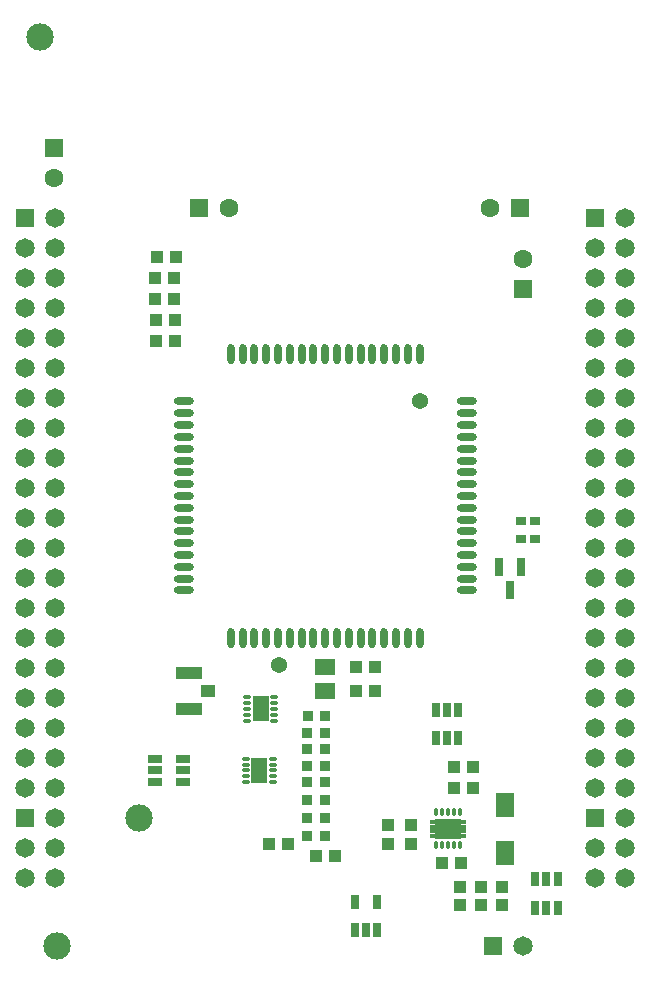
<source format=gts>
%FSLAX25Y25*%
%MOIN*%
G70*
G01*
G75*
G04 Layer_Color=8388736*
%ADD10R,0.03937X0.03740*%
%ADD11R,0.03740X0.03937*%
%ADD12R,0.02362X0.05906*%
%ADD13R,0.02559X0.04331*%
%ADD14R,0.03150X0.02362*%
%ADD15R,0.08465X0.06693*%
%ADD16O,0.00945X0.02362*%
%ADD17R,0.05906X0.07480*%
%ADD18R,0.03150X0.03150*%
%ADD19R,0.04724X0.07874*%
%ADD20O,0.02362X0.00984*%
%ADD21R,0.06300X0.05000*%
%ADD22R,0.04724X0.03937*%
%ADD23R,0.08661X0.03937*%
%ADD24R,0.04331X0.02559*%
%ADD25O,0.02362X0.06299*%
%ADD26O,0.06299X0.02362*%
%ADD27C,0.01000*%
%ADD28C,0.02000*%
%ADD29C,0.01500*%
%ADD30C,0.06300*%
%ADD31C,0.03500*%
%ADD32C,0.02200*%
%ADD33C,0.06500*%
%ADD34C,0.04500*%
%ADD35C,0.06000*%
%ADD36C,0.04000*%
%ADD37R,0.01732X0.00787*%
%ADD38C,0.06000*%
%ADD39C,0.08700*%
%ADD40R,0.05906X0.05906*%
%ADD41C,0.05906*%
%ADD42R,0.06496X0.06496*%
%ADD43C,0.06496*%
%ADD44R,0.05906X0.05906*%
%ADD45R,0.06496X0.06496*%
%ADD46C,0.02000*%
%ADD47C,0.01969*%
%ADD48C,0.05000*%
%ADD49R,0.20079X0.70079*%
%ADD50R,0.32677X0.41142*%
%ADD51R,0.12598X0.04134*%
%ADD52R,0.20866X0.06299*%
%ADD53R,0.08500X0.10799*%
%ADD54R,0.07717X0.12402*%
%ADD55R,0.07284X0.05118*%
%ADD56R,0.11024X0.03937*%
%ADD57R,0.02500X0.04200*%
%ADD58C,0.00799*%
%ADD59C,0.00984*%
%ADD60C,0.00700*%
%ADD61C,0.00800*%
%ADD62C,0.00787*%
%ADD63C,0.00669*%
%ADD64C,0.00701*%
%ADD65C,0.00600*%
%ADD66R,0.02000X0.04000*%
%ADD67R,0.01000X0.11000*%
%ADD68R,0.10350X0.01000*%
%ADD69R,0.04000X0.02000*%
%ADD70R,0.00886X0.03937*%
%ADD71R,0.03839X0.06102*%
%ADD72R,0.04433X0.07043*%
%ADD73R,0.02362X0.02756*%
%ADD74R,0.00000X0.03150*%
%ADD75R,0.00000X0.00000*%
%ADD76R,0.04337X0.04140*%
%ADD77R,0.04140X0.04337*%
%ADD78R,0.02762X0.06306*%
%ADD79R,0.02959X0.04731*%
%ADD80R,0.03550X0.02762*%
%ADD81R,0.08865X0.07093*%
%ADD82O,0.01345X0.02762*%
%ADD83R,0.06306X0.07880*%
%ADD84R,0.03550X0.03550*%
%ADD85R,0.05124X0.08274*%
%ADD86O,0.02762X0.01384*%
%ADD87R,0.06700X0.05400*%
%ADD88R,0.05124X0.04337*%
%ADD89R,0.09061X0.04337*%
%ADD90R,0.04731X0.02959*%
%ADD91O,0.02762X0.06699*%
%ADD92O,0.06699X0.02762*%
%ADD93R,0.02132X0.01187*%
%ADD94C,0.09100*%
%ADD95R,0.06306X0.06306*%
%ADD96C,0.06306*%
%ADD97R,0.06306X0.06306*%
%ADD98C,0.02362*%
%ADD99C,0.02369*%
%ADD100C,0.05400*%
G36*
X88612Y-238663D02*
Y-240237D01*
Y-241763D01*
Y-245187D01*
X83388D01*
Y-241763D01*
Y-240237D01*
Y-238663D01*
Y-236813D01*
X88612D01*
Y-238663D01*
D02*
G37*
G36*
X88112Y-259163D02*
Y-260737D01*
Y-262263D01*
Y-265687D01*
X82888D01*
Y-262263D01*
Y-260737D01*
Y-259163D01*
Y-257313D01*
X88112D01*
Y-259163D01*
D02*
G37*
%LPC*%
G36*
X86287Y-262263D02*
X84713D01*
Y-263837D01*
X86287D01*
Y-262263D01*
D02*
G37*
G36*
X86787Y-238663D02*
X85213D01*
Y-240237D01*
X86787D01*
Y-238663D01*
D02*
G37*
G36*
Y-241763D02*
X85213D01*
Y-243337D01*
X86787D01*
Y-241763D01*
D02*
G37*
G36*
X86287Y-259163D02*
X84713D01*
Y-260737D01*
X86287D01*
Y-259163D01*
D02*
G37*
%LPD*%
D42*
X7500Y-277500D02*
D03*
X197500D02*
D03*
Y-77500D02*
D03*
X7500D02*
D03*
D43*
X17500Y-277500D02*
D03*
X7500Y-287500D02*
D03*
X17500D02*
D03*
X7500Y-297500D02*
D03*
X17500D02*
D03*
X207500Y-277500D02*
D03*
X197500Y-287500D02*
D03*
X207500D02*
D03*
X197500Y-297500D02*
D03*
X207500D02*
D03*
Y-267500D02*
D03*
X197500D02*
D03*
X207500Y-257500D02*
D03*
X197500D02*
D03*
X207500Y-247500D02*
D03*
X197500D02*
D03*
X207500Y-237500D02*
D03*
X197500D02*
D03*
X207500Y-227500D02*
D03*
X197500D02*
D03*
X207500Y-217500D02*
D03*
X197500D02*
D03*
X207500Y-207500D02*
D03*
X197500D02*
D03*
X207500Y-197500D02*
D03*
X197500D02*
D03*
X207500Y-187500D02*
D03*
X197500D02*
D03*
X207500Y-177500D02*
D03*
X197500D02*
D03*
X207500Y-137500D02*
D03*
X197500D02*
D03*
X207500Y-127500D02*
D03*
X197500D02*
D03*
X207500Y-117500D02*
D03*
X197500D02*
D03*
X207500Y-107500D02*
D03*
X197500D02*
D03*
X207500Y-97500D02*
D03*
X197500D02*
D03*
X207500Y-87500D02*
D03*
X197500D02*
D03*
X207500Y-77500D02*
D03*
X197500Y-147500D02*
D03*
X207500D02*
D03*
X197500Y-157500D02*
D03*
X207500D02*
D03*
X197500Y-167500D02*
D03*
X207500D02*
D03*
X17500Y-267500D02*
D03*
X7500D02*
D03*
X17500Y-257500D02*
D03*
X7500D02*
D03*
X17500Y-247500D02*
D03*
X7500D02*
D03*
X17500Y-237500D02*
D03*
X7500D02*
D03*
X17500Y-227500D02*
D03*
X7500D02*
D03*
X17500Y-217500D02*
D03*
X7500D02*
D03*
X17500Y-207500D02*
D03*
X7500D02*
D03*
X17500Y-197500D02*
D03*
X7500D02*
D03*
X17500Y-187500D02*
D03*
X7500D02*
D03*
X17500Y-177500D02*
D03*
X7500D02*
D03*
X17500Y-137500D02*
D03*
X7500D02*
D03*
X17500Y-127500D02*
D03*
X7500D02*
D03*
X17500Y-117500D02*
D03*
X7500D02*
D03*
X17500Y-107500D02*
D03*
X7500D02*
D03*
X17500Y-97500D02*
D03*
X7500D02*
D03*
X17500Y-87500D02*
D03*
X7500D02*
D03*
X17500Y-77500D02*
D03*
X7500Y-147500D02*
D03*
X17500D02*
D03*
X7500Y-157500D02*
D03*
X17500D02*
D03*
X7500Y-167500D02*
D03*
X17500D02*
D03*
X173500Y-320000D02*
D03*
D45*
X163500D02*
D03*
D76*
X88850Y-286150D02*
D03*
X95150D02*
D03*
X110650Y-290000D02*
D03*
X104350D02*
D03*
X146350Y-292500D02*
D03*
X152650D02*
D03*
X156799Y-267500D02*
D03*
X150500D02*
D03*
X156799Y-260500D02*
D03*
X150500D02*
D03*
X51000Y-118500D02*
D03*
X57299D02*
D03*
X117850Y-235000D02*
D03*
X124150D02*
D03*
X117701Y-227000D02*
D03*
X124000D02*
D03*
X57650Y-90500D02*
D03*
X51350D02*
D03*
X57150Y-97500D02*
D03*
X50850D02*
D03*
X57150Y-104500D02*
D03*
X50850D02*
D03*
X51000Y-111500D02*
D03*
X57299D02*
D03*
D77*
X136000Y-286150D02*
D03*
Y-279850D02*
D03*
X128500Y-279850D02*
D03*
Y-286150D02*
D03*
X152500Y-306500D02*
D03*
Y-300201D02*
D03*
X159500Y-306500D02*
D03*
Y-300201D02*
D03*
X166500Y-306500D02*
D03*
Y-300201D02*
D03*
D78*
X172740Y-193760D02*
D03*
X165260D02*
D03*
X169000Y-201240D02*
D03*
D79*
X151740Y-250724D02*
D03*
X148000D02*
D03*
X144260D02*
D03*
Y-241276D02*
D03*
X148000D02*
D03*
X151740D02*
D03*
X184980Y-307276D02*
D03*
X181240D02*
D03*
X177500D02*
D03*
Y-297827D02*
D03*
X181240D02*
D03*
X184980D02*
D03*
X117260Y-314724D02*
D03*
X121000D02*
D03*
X124740D02*
D03*
Y-305276D02*
D03*
X117260D02*
D03*
D80*
X172638Y-178500D02*
D03*
X177362D02*
D03*
X177362Y-184500D02*
D03*
X172638D02*
D03*
D81*
X148500Y-281000D02*
D03*
D82*
X144563Y-275488D02*
D03*
X146531D02*
D03*
X150469D02*
D03*
X148500D02*
D03*
X152437D02*
D03*
Y-286512D02*
D03*
X148500D02*
D03*
X150469D02*
D03*
X146531D02*
D03*
X144563D02*
D03*
D83*
X167500Y-272929D02*
D03*
Y-289071D02*
D03*
D84*
X101547Y-254500D02*
D03*
X107453D02*
D03*
X101547Y-260000D02*
D03*
X107453D02*
D03*
X101547Y-277500D02*
D03*
X107453D02*
D03*
X101547Y-283500D02*
D03*
X107453D02*
D03*
X101594Y-243500D02*
D03*
X107500D02*
D03*
X101547Y-249000D02*
D03*
X107453D02*
D03*
X101547Y-271500D02*
D03*
X107453D02*
D03*
X101547Y-265500D02*
D03*
X107453D02*
D03*
D85*
X85500Y-261500D02*
D03*
X86000Y-241000D02*
D03*
D86*
X90028Y-257563D02*
D03*
Y-259531D02*
D03*
Y-261500D02*
D03*
Y-263469D02*
D03*
Y-265437D02*
D03*
X80972D02*
D03*
Y-263469D02*
D03*
Y-261500D02*
D03*
Y-259531D02*
D03*
Y-257563D02*
D03*
X90528Y-237063D02*
D03*
Y-239032D02*
D03*
Y-241000D02*
D03*
Y-242969D02*
D03*
Y-244937D02*
D03*
X81472D02*
D03*
Y-242969D02*
D03*
Y-241000D02*
D03*
Y-239032D02*
D03*
Y-237063D02*
D03*
D87*
X107350Y-235000D02*
D03*
Y-227000D02*
D03*
D88*
X68500Y-235000D02*
D03*
D89*
X62000Y-229095D02*
D03*
Y-240905D02*
D03*
D90*
X50791Y-265240D02*
D03*
Y-261500D02*
D03*
Y-257760D02*
D03*
X60240D02*
D03*
Y-261500D02*
D03*
Y-265240D02*
D03*
D91*
X138996Y-217244D02*
D03*
X135059D02*
D03*
X131122D02*
D03*
X127185D02*
D03*
X123248D02*
D03*
X119311D02*
D03*
X115374D02*
D03*
X111437D02*
D03*
X107500D02*
D03*
X103563D02*
D03*
X99626D02*
D03*
X95689D02*
D03*
X91752D02*
D03*
X87815D02*
D03*
X83878D02*
D03*
X79941D02*
D03*
X76004D02*
D03*
Y-122756D02*
D03*
X79941D02*
D03*
X83878D02*
D03*
X87815D02*
D03*
X91752D02*
D03*
X95689D02*
D03*
X99626D02*
D03*
X103563D02*
D03*
X107500D02*
D03*
X111437D02*
D03*
X115374D02*
D03*
X119311D02*
D03*
X123248D02*
D03*
X127185D02*
D03*
X131122D02*
D03*
X135059D02*
D03*
X138996D02*
D03*
D92*
X60256Y-201496D02*
D03*
Y-197559D02*
D03*
Y-193622D02*
D03*
Y-189685D02*
D03*
Y-185748D02*
D03*
Y-181811D02*
D03*
Y-177874D02*
D03*
Y-173937D02*
D03*
Y-170000D02*
D03*
Y-166063D02*
D03*
Y-162126D02*
D03*
Y-158189D02*
D03*
Y-154252D02*
D03*
Y-150315D02*
D03*
Y-146378D02*
D03*
Y-142441D02*
D03*
Y-138504D02*
D03*
X154744D02*
D03*
Y-142441D02*
D03*
Y-146378D02*
D03*
Y-150315D02*
D03*
Y-154252D02*
D03*
Y-158189D02*
D03*
Y-162126D02*
D03*
Y-166063D02*
D03*
Y-170000D02*
D03*
Y-173937D02*
D03*
Y-177874D02*
D03*
Y-181811D02*
D03*
Y-185748D02*
D03*
Y-189685D02*
D03*
Y-193622D02*
D03*
Y-197559D02*
D03*
Y-201496D02*
D03*
D93*
X153539Y-278638D02*
D03*
X153539Y-280213D02*
D03*
Y-281787D02*
D03*
X153539Y-283363D02*
D03*
X143461D02*
D03*
X143460Y-281787D02*
D03*
Y-280213D02*
D03*
X143461Y-278638D02*
D03*
D94*
X18000Y-320000D02*
D03*
X12500Y-17000D02*
D03*
X45500Y-277500D02*
D03*
D95*
X173500Y-101000D02*
D03*
X17000Y-54000D02*
D03*
D96*
X173500Y-91000D02*
D03*
X17000Y-64000D02*
D03*
X75500Y-74000D02*
D03*
X162500D02*
D03*
D97*
X65500D02*
D03*
X172500D02*
D03*
D98*
X151748Y-281000D02*
D03*
X148500Y-278638D02*
D03*
X145252Y-281000D02*
D03*
D99*
X148500Y-283362D02*
D03*
X85500Y-259950D02*
D03*
Y-263050D02*
D03*
X86000Y-239450D02*
D03*
Y-242550D02*
D03*
D100*
X92000Y-226500D02*
D03*
X139000Y-138500D02*
D03*
M02*

</source>
